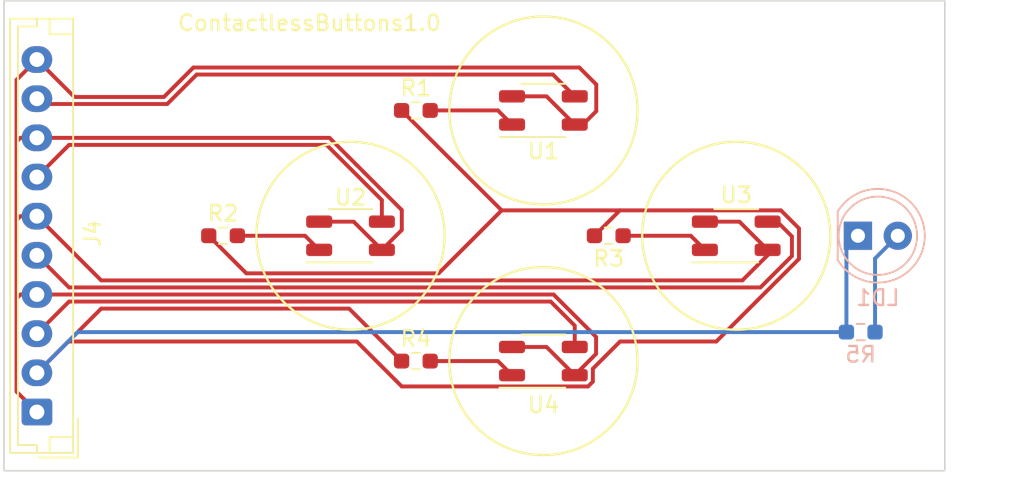
<source format=kicad_pcb>
(kicad_pcb (version 20221018) (generator pcbnew)
  (layers (0 "F.Cu" signal) (31 "B.Cu" signal) (34 "B.Paste" user) (35 "F.Paste" user) (36 "B.SilkS" user "B.Silkscreen") (37 "F.SilkS" user "F.Silkscreen") (38 "B.Mask" user) (39 "F.Mask" user) (44 "Edge.Cuts" user))
  (net 0 "")
  (net 1 "/K2")
  (net 2 "/K1")
  (net 3 "/K4")
  (net 4 "/K3")
  (net 5 "+3.3V")
  (net 6 "Net-(U1-A)")
  (net 7 "Net-(U2-A)")
  (net 8 "Net-(U3-A)")
  (net 9 "Net-(U4-A)")
  (net 10 "GNDD")
  (net 11 "Net-(LD1-A)")
  (footprint "Resistor_SMD:R_0603_1608Metric_Pad0.98x0.95mm_HandSolder" (layer "F.Cu") (at 126.27 123)
    (fp_text reference "R4" (at 0 -1.43) (layer "F.SilkS"))
    (fp_text value "R")
    (fp_line (start -0.254724 -0.5225) (end 0.254724 -0.5225) (stroke (width 0.12)) (layer "F.SilkS"))
    (fp_line (start -0.254724 0.5225) (end 0.254724 0.5225) (stroke (width 0.12)) (layer "F.SilkS"))
    (pad "1" smd roundrect (at -0.9125 0) (size 0.975 0.95) (layers "F.Cu" "F.Paste" "F.Mask") (net 5 "+3.3V"))
    (pad "2" smd roundrect (at 0.9125 0) (size 0.975 0.95) (layers "F.Cu" "F.Paste" "F.Mask") (net 9 "Net-(U4-A)"))
  )
  (footprint "Resistor_SMD:R_0603_1608Metric_Pad0.98x0.95mm_HandSolder" (layer "F.Cu") (at 113.97 115)
    (fp_text reference "R2" (at 0 -1.43) (layer "F.SilkS"))
    (fp_text value "R")
    (fp_line (start -0.254724 -0.5225) (end 0.254724 -0.5225) (stroke (width 0.12)) (layer "F.SilkS"))
    (fp_line (start -0.254724 0.5225) (end 0.254724 0.5225) (stroke (width 0.12)) (layer "F.SilkS"))
    (pad "1" smd roundrect (at -0.9125 0) (size 0.975 0.95) (layers "F.Cu" "F.Paste" "F.Mask") (net 5 "+3.3V"))
    (pad "2" smd roundrect (at 0.9125 0) (size 0.975 0.95) (layers "F.Cu" "F.Paste" "F.Mask") (net 7 "Net-(U2-A)"))
  )
  (footprint "OptoDevice:Everlight_ITR1201SR10AR" (layer "F.Cu") (at 122.1 115 90)
    (fp_text reference "U2" (at 2.45 0) (layer "F.SilkS"))
    (fp_text value "ITR1201SR10AR")
    (fp_line (start -1.7 1.4) (end -1.7 -2.8) (stroke (width 0.12)) (layer "F.SilkS"))
    (fp_line (start 1.7 1.4) (end 1.7 -1.4) (stroke (width 0.12)) (layer "F.SilkS"))
    (pad "1" smd roundrect (at -0.9 2 90) (size 0.79 1.66) (layers "F.Cu" "F.Paste" "F.Mask") (net 10 "GNDD"))
    (pad "2" smd roundrect (at -0.9 -2 90) (size 0.79 1.66) (layers "F.Cu" "F.Paste" "F.Mask") (net 7 "Net-(U2-A)"))
    (pad "3" smd roundrect (at 0.9 2 90) (size 0.79 1.66) (layers "F.Cu" "F.Paste" "F.Mask") (net 1 "/K2"))
    (pad "4" smd roundrect (at 0.9 -2 90) (size 0.79 1.66) (layers "F.Cu" "F.Paste" "F.Mask") (net 10 "GNDD"))
  )
  (footprint "OptoDevice:Everlight_ITR1201SR10AR" (layer "F.Cu") (at 134.4 107 90)
    (fp_text reference "U1" (at -2.6 0) (layer "F.SilkS"))
    (fp_text value "ITR1201SR10AR")
    (fp_line (start -1.7 1.4) (end -1.7 -2.8) (stroke (width 0.12)) (layer "F.SilkS"))
    (fp_line (start 1.7 1.4) (end 1.7 -1.4) (stroke (width 0.12)) (layer "F.SilkS"))
    (pad "1" smd roundrect (at -0.9 2 90) (size 0.79 1.66) (layers "F.Cu" "F.Paste" "F.Mask") (net 10 "GNDD"))
    (pad "2" smd roundrect (at -0.9 -2 90) (size 0.79 1.66) (layers "F.Cu" "F.Paste" "F.Mask") (net 6 "Net-(U1-A)"))
    (pad "3" smd roundrect (at 0.9 2 90) (size 0.79 1.66) (layers "F.Cu" "F.Paste" "F.Mask") (net 2 "/K1"))
    (pad "4" smd roundrect (at 0.9 -2 90) (size 0.79 1.66) (layers "F.Cu" "F.Paste" "F.Mask") (net 10 "GNDD"))
  )
  (footprint "OptoDevice:Everlight_ITR1201SR10AR" (layer "F.Cu") (at 134.4 123 90)
    (fp_text reference "U4" (at -2.8 0) (layer "F.SilkS"))
    (fp_text value "ITR1201SR10AR")
    (fp_line (start -1.7 1.4) (end -1.7 -2.8) (stroke (width 0.12)) (layer "F.SilkS"))
    (fp_line (start 1.7 1.4) (end 1.7 -1.4) (stroke (width 0.12)) (layer "F.SilkS"))
    (pad "1" smd roundrect (at -0.9 2 90) (size 0.79 1.66) (layers "F.Cu" "F.Paste" "F.Mask") (net 10 "GNDD"))
    (pad "2" smd roundrect (at -0.9 -2 90) (size 0.79 1.66) (layers "F.Cu" "F.Paste" "F.Mask") (net 9 "Net-(U4-A)"))
    (pad "3" smd roundrect (at 0.9 2 90) (size 0.79 1.66) (layers "F.Cu" "F.Paste" "F.Mask") (net 3 "/K4"))
    (pad "4" smd roundrect (at 0.9 -2 90) (size 0.79 1.66) (layers "F.Cu" "F.Paste" "F.Mask") (net 10 "GNDD"))
  )
  (footprint "MountingHole:MountingHole_2.7mm" (layer "F.Cu") (at 107.8 103)
    (fp_text reference "REF**" hide)
    (fp_text value "MountingHole_2.7mm")
    (pad "" np_thru_hole circle (at 0 0) (size 2.7 2.7) (drill 2.7) (layers "F&B.Cu" "*.Mask"))
  )
  (footprint "Connector_JST:JST_EH_B10B-EH-A_1x10_P2.50mm_Vertical" (layer "F.Cu") (at 102.1 126.25 90)
    (fp_text reference "J4" (at 11.4 3.55 90) (layer "F.SilkS"))
    (fp_text value "Conn_01x10_Pin")
    (fp_line (start -2.91 0.11) (end -2.91 2.61) (stroke (width 0.12)) (layer "F.SilkS"))
    (fp_line (start -2.91 2.61) (end -0.41 2.61) (stroke (width 0.12)) (layer "F.SilkS"))
    (fp_line (start -2.61 -1.71) (end -2.61 2.31) (stroke (width 0.12)) (layer "F.SilkS"))
    (fp_line (start -2.61 0) (end -2.11 0) (stroke (width 0.12)) (layer "F.SilkS"))
    (fp_line (start -2.61 0.81) (end -1.61 0.81) (stroke (width 0.12)) (layer "F.SilkS"))
    (fp_line (start -2.61 2.31) (end 25.11 2.31) (stroke (width 0.12)) (layer "F.SilkS"))
    (fp_line (start -2.11 -1.21) (end 24.61 -1.21) (stroke (width 0.12)) (layer "F.SilkS"))
    (fp_line (start -2.11 0) (end -2.11 -1.21) (stroke (width 0.12)) (layer "F.SilkS"))
    (fp_line (start -1.61 0.81) (end -1.61 2.31) (stroke (width 0.12)) (layer "F.SilkS"))
    (fp_line (start 24.11 0.81) (end 24.11 2.31) (stroke (width 0.12)) (layer "F.SilkS"))
    (fp_line (start 24.61 -1.21) (end 24.61 0) (stroke (width 0.12)) (layer "F.SilkS"))
    (fp_line (start 24.61 0) (end 25.11 0) (stroke (width 0.12)) (layer "F.SilkS"))
    (fp_line (start 25.11 -1.71) (end -2.61 -1.71) (stroke (width 0.12)) (layer "F.SilkS"))
    (fp_line (start 25.11 0.81) (end 24.11 0.81) (stroke (width 0.12)) (layer "F.SilkS"))
    (fp_line (start 25.11 2.31) (end 25.11 -1.71) (stroke (width 0.12)) (layer "F.SilkS"))
    (pad "1" thru_hole roundrect (at 0 0 90) (size 1.7 1.95) (drill 0.95) (layers "*.Cu" "*.Mask") (roundrect_rratio 0.147059) (net 10 "GNDD"))
    (pad "2" thru_hole oval (at 2.5 0 90) (size 1.7 1.95) (drill 0.95) (layers "*.Cu" "*.Mask") (net 5 "+3.3V"))
    (pad "3" thru_hole oval (at 5 0 90) (size 1.7 1.95) (drill 0.95) (layers "*.Cu" "*.Mask") (net 3 "/K4"))
    (pad "4" thru_hole oval (at 7.5 0 90) (size 1.7 1.95) (drill 0.95) (layers "*.Cu" "*.Mask") (net 10 "GNDD"))
    (pad "5" thru_hole oval (at 10 0 90) (size 1.7 1.95) (drill 0.95) (layers "*.Cu" "*.Mask") (net 4 "/K3"))
    (pad "6" thru_hole oval (at 12.5 0 90) (size 1.7 1.95) (drill 0.95) (layers "*.Cu" "*.Mask") (net 10 "GNDD"))
    (pad "7" thru_hole oval (at 15 0 90) (size 1.7 1.95) (drill 0.95) (layers "*.Cu" "*.Mask") (net 1 "/K2"))
    (pad "8" thru_hole oval (at 17.5 0 90) (size 1.7 1.95) (drill 0.95) (layers "*.Cu" "*.Mask") (net 10 "GNDD"))
    (pad "9" thru_hole oval (at 20 0 90) (size 1.7 1.95) (drill 0.95) (layers "*.Cu" "*.Mask") (net 2 "/K1"))
    (pad "10" thru_hole oval (at 22.5 0 90) (size 1.7 1.95) (drill 0.95) (layers "*.Cu" "*.Mask") (net 10 "GNDD"))
  )
  (footprint "MountingHole:MountingHole_2.7mm" (layer "F.Cu") (at 157 103)
    (fp_text reference "REF**" hide)
    (fp_text value "MountingHole_2.7mm")
    (pad "" np_thru_hole circle (at 0 0) (size 2.7 2.7) (drill 2.7) (layers "*.Cu" "*.Mask"))
  )
  (footprint "MountingHole:MountingHole_2.7mm" (layer "F.Cu") (at 107.8 127)
    (fp_text reference "REF**" hide)
    (fp_text value "MountingHole_2.7mm")
    (pad "" np_thru_hole circle (at 0 0) (size 2.7 2.7) (drill 2.7) (layers "F&B.Cu" "*.Mask"))
  )
  (footprint "OptoDevice:Everlight_ITR1201SR10AR" (layer "F.Cu") (at 146.7 115 90)
    (fp_text reference "U3" (at 2.6 0) (layer "F.SilkS"))
    (fp_text value "ITR1201SR10AR")
    (fp_line (start -1.7 1.4) (end -1.7 -2.8) (stroke (width 0.12)) (layer "F.SilkS"))
    (fp_line (start 1.7 1.4) (end 1.7 -1.4) (stroke (width 0.12)) (layer "F.SilkS"))
    (pad "1" smd roundrect (at -0.9 2 90) (size 0.79 1.66) (layers "F.Cu" "F.Paste" "F.Mask") (net 10 "GNDD"))
    (pad "2" smd roundrect (at -0.9 -2 90) (size 0.79 1.66) (layers "F.Cu" "F.Paste" "F.Mask") (net 8 "Net-(U3-A)"))
    (pad "3" smd roundrect (at 0.9 2 90) (size 0.79 1.66) (layers "F.Cu" "F.Paste" "F.Mask") (net 4 "/K3"))
    (pad "4" smd roundrect (at 0.9 -2 90) (size 0.79 1.66) (layers "F.Cu" "F.Paste" "F.Mask") (net 10 "GNDD"))
  )
  (footprint "Resistor_SMD:R_0603_1608Metric_Pad0.98x0.95mm_HandSolder" (layer "F.Cu") (at 138.57 115)
    (fp_text reference "R3" (at 0 1.45) (layer "F.SilkS"))
    (fp_text value "R")
    (fp_line (start -0.254724 -0.5225) (end 0.254724 -0.5225) (stroke (width 0.12)) (layer "F.SilkS"))
    (fp_line (start -0.254724 0.5225) (end 0.254724 0.5225) (stroke (width 0.12)) (layer "F.SilkS"))
    (pad "1" smd roundrect (at -0.9125 0) (size 0.975 0.95) (layers "F.Cu" "F.Paste" "F.Mask") (net 5 "+3.3V"))
    (pad "2" smd roundrect (at 0.9125 0) (size 0.975 0.95) (layers "F.Cu" "F.Paste" "F.Mask") (net 8 "Net-(U3-A)"))
  )
  (footprint "MountingHole:MountingHole_2.7mm" (layer "F.Cu") (at 157 127)
    (fp_text reference "REF**" hide)
    (fp_text value "MountingHole_2.7mm")
    (pad "" np_thru_hole circle (at 0 0) (size 2.7 2.7) (drill 2.7) (layers "F&B.Cu" "*.Mask"))
  )
  (footprint "Resistor_SMD:R_0603_1608Metric_Pad0.98x0.95mm_HandSolder" (layer "F.Cu") (at 126.27 107)
    (fp_text reference "R1" (at 0 -1.43) (layer "F.SilkS"))
    (fp_text value "R")
    (fp_line (start -0.254724 -0.5225) (end 0.254724 -0.5225) (stroke (width 0.12)) (layer "F.SilkS"))
    (fp_line (start -0.254724 0.5225) (end 0.254724 0.5225) (stroke (width 0.12)) (layer "F.SilkS"))
    (pad "1" smd roundrect (at -0.9125 0) (size 0.975 0.95) (layers "F.Cu" "F.Paste" "F.Mask") (net 5 "+3.3V"))
    (pad "2" smd roundrect (at 0.9125 0) (size 0.975 0.95) (layers "F.Cu" "F.Paste" "F.Mask") (net 6 "Net-(U1-A)"))
  )
  (footprint "Resistor_SMD:R_0603_1608Metric_Pad0.98x0.95mm_HandSolder" (layer "B.Cu") (at 154.6375 121.15)
    (fp_text reference "R5" (at 0 1.43) (layer "B.SilkS") (effects (justify mirror)))
    (fp_text value "R")
    (fp_line (start -0.254724 -0.5225) (end 0.254724 -0.5225) (stroke (width 0.12)) (layer "B.SilkS"))
    (fp_line (start -0.254724 0.5225) (end 0.254724 0.5225) (stroke (width 0.12)) (layer "B.SilkS"))
    (pad "1" smd roundrect (at -0.9125 0) (size 0.975 0.95) (layers "B.Cu" "B.Paste" "B.Mask") (net 5 "+3.3V"))
    (pad "2" smd roundrect (at 0.9125 0) (size 0.975 0.95) (layers "B.Cu" "B.Paste" "B.Mask") (net 11 "Net-(LD1-A)"))
  )
  (footprint "LED_THT:LED_D5.0mm" (layer "B.Cu") (at 154.46 115)
    (fp_text reference "LD1" (at 1.27 3.96) (layer "B.SilkS") (effects (justify mirror)))
    (fp_text value "SPL_PL90")
    (fp_line (start -1.29 1.545) (end -1.29 -1.545) (stroke (width 0.12)) (layer "B.SilkS"))
    (fp_arc (start -1.29 -1.54483) (mid 2.072002 -2.880433) (end 4.26 0.000462) (stroke (width 0.12)) (layer "B.SilkS"))
    (fp_arc (start 4.26 -0.000462) (mid 2.072002 2.880433) (end -1.29 1.54483) (stroke (width 0.12)) (layer "B.SilkS"))
    (fp_circle (center 1.27 0) (end 3.77 0) (stroke (width 0.12)) (fill none) (layer "B.SilkS"))
    (pad "1" thru_hole rect (at 0 0) (size 1.8 1.8) (drill 0.9) (layers "*.Cu" "F.Mask") (net 5 "+3.3V"))
    (pad "2" thru_hole circle (at 2.54 0) (size 1.8 1.8) (drill 0.9) (layers "*.Cu" "F.Mask") (net 11 "Net-(LD1-A)"))
  )
  (gr_circle (center 134.4 123) (end 134.4 117) (stroke (width 0.15)) (fill none) (layer "F.SilkS"))
  (gr_circle (center 122.1 115) (end 122.1 109) (stroke (width 0.15)) (fill none) (layer "F.SilkS"))
  (gr_circle (center 134.4 107) (end 134.4 113) (stroke (width 0.15)) (fill none) (layer "F.SilkS"))
  (gr_circle (center 146.7 115) (end 146.7 109) (stroke (width 0.15)) (fill none) (layer "F.SilkS"))
  (gr_rect (start 100 100) (end 160 130) (stroke (width 0.1)) (fill none) (layer "Edge.Cuts"))
  (gr_text "ContactlessButtons1.0 " (at 111 102) (layer "F.SilkS") (effects (font (size 1 1)) (justify left bottom)))
  (segment (start 124.1 112.726396) (end 124.1 114.1) (width 0.25) (layer "F.Cu") (net 1))
  (segment (start 120.573604 109.2) (end 124.1 112.726396) (width 0.25) (layer "F.Cu") (net 1))
  (segment (start 102.1 111.25) (end 104.15 109.2) (width 0.25) (layer "F.Cu") (net 1))
  (segment (start 104.15 109.2) (end 120.573604 109.2) (width 0.25) (layer "F.Cu") (net 1))
  (segment (start 110.41 106.59) (end 112.29 104.71) (width 0.25) (layer "F.Cu") (net 2))
  (segment (start 102.1 106.25) (end 102.44 106.59) (width 0.25) (layer "F.Cu") (net 2))
  (segment (start 112.29 104.71) (end 135.01 104.71) (width 0.25) (layer "F.Cu") (net 2))
  (segment (start 135.01 104.71) (end 136.4 106.1) (width 0.25) (layer "F.Cu") (net 2))
  (segment (start 102.44 106.59) (end 110.41 106.59) (width 0.25) (layer "F.Cu") (net 2))
  (segment (start 136.4 120.736396) (end 136.4 122.1) (width 0.25) (layer "F.Cu") (net 3))
  (segment (start 102.1 121.25) (end 104.15 119.2) (width 0.25) (layer "F.Cu") (net 3))
  (segment (start 104.15 119.2) (end 134.863604 119.2) (width 0.25) (layer "F.Cu") (net 3))
  (segment (start 134.863604 119.2) (end 136.4 120.736396) (width 0.25) (layer "F.Cu") (net 3))
  (segment (start 150.25 115.04) (end 149.31 114.1) (width 0.25) (layer "F.Cu") (net 4))
  (segment (start 150.25 116.29) (end 150.25 115.04) (width 0.25) (layer "F.Cu") (net 4))
  (segment (start 102.1 116.25) (end 104.15 118.3) (width 0.25) (layer "F.Cu") (net 4))
  (segment (start 104.15 118.3) (end 148.24 118.3) (width 0.25) (layer "F.Cu") (net 4))
  (segment (start 149.31 114.1) (end 148.7 114.1) (width 0.25) (layer "F.Cu") (net 4))
  (segment (start 148.24 118.3) (end 150.25 116.29) (width 0.25) (layer "F.Cu") (net 4))
  (segment (start 139.2775 113.38) (end 137.6575 115) (width 0.25) (layer "F.Cu") (net 5))
  (segment (start 150.7 116.476396) (end 150.7 114.531072) (width 0.25) (layer "F.Cu") (net 5))
  (segment (start 139.2775 113.38) (end 131.7375 113.38) (width 0.25) (layer "F.Cu") (net 5))
  (segment (start 149.548928 113.38) (end 139.2775 113.38) (width 0.25) (layer "F.Cu") (net 5))
  (segment (start 137.555 123.486072) (end 139.291072 121.75) (width 0.25) (layer "F.Cu") (net 5))
  (segment (start 115.4575 117.4) (end 113.0575 115) (width 0.25) (layer "F.Cu") (net 5))
  (segment (start 145.426396 121.75) (end 150.7 116.476396) (width 0.25) (layer "F.Cu") (net 5))
  (segment (start 106.2 119.65) (end 122.0075 119.65) (width 0.25) (layer "F.Cu") (net 5))
  (segment (start 131.7375 113.38) (end 127.7175 117.4) (width 0.25) (layer "F.Cu") (net 5))
  (segment (start 122.0075 119.65) (end 125.3575 123) (width 0.25) (layer "F.Cu") (net 5))
  (segment (start 104.1 121.75) (end 122.5 121.75) (width 0.25) (layer "F.Cu") (net 5))
  (segment (start 122.5 121.75) (end 125.37 124.62) (width 0.25) (layer "F.Cu") (net 5))
  (segment (start 102.1 123.75) (end 104.1 121.75) (width 0.25) (layer "F.Cu") (net 5))
  (segment (start 127.7175 117.4) (end 115.4575 117.4) (width 0.25) (layer "F.Cu") (net 5))
  (segment (start 125.37 124.62) (end 137.248928 124.62) (width 0.25) (layer "F.Cu") (net 5))
  (segment (start 102.1 123.75) (end 106.2 119.65) (width 0.25) (layer "F.Cu") (net 5))
  (segment (start 139.291072 121.75) (end 145.426396 121.75) (width 0.25) (layer "F.Cu") (net 5))
  (segment (start 131.7375 113.38) (end 125.3575 107) (width 0.25) (layer "F.Cu") (net 5))
  (segment (start 150.7 114.531072) (end 149.548928 113.38) (width 0.25) (layer "F.Cu") (net 5))
  (segment (start 137.248928 124.62) (end 137.555 124.313928) (width 0.25) (layer "F.Cu") (net 5))
  (segment (start 137.555 124.313928) (end 137.555 123.486072) (width 0.25) (layer "F.Cu") (net 5))
  (segment (start 153.725 121.15) (end 153.725 115.735) (width 0.25) (layer "B.Cu") (net 5))
  (segment (start 104.7 121.15) (end 102.1 123.75) (width 0.25) (layer "B.Cu") (net 5))
  (segment (start 153.725 121.15) (end 104.7 121.15) (width 0.25) (layer "B.Cu") (net 5))
  (segment (start 153.725 115.735) (end 154.46 115) (width 0.25) (layer "B.Cu") (net 5))
  (segment (start 131.5 107) (end 132.4 107.9) (width 0.25) (layer "F.Cu") (net 6))
  (segment (start 127.1825 107) (end 131.5 107) (width 0.25) (layer "F.Cu") (net 6))
  (segment (start 114.8825 115) (end 119.2 115) (width 0.25) (layer "F.Cu") (net 7))
  (segment (start 119.2 115) (end 120.1 115.9) (width 0.25) (layer "F.Cu") (net 7))
  (segment (start 139.4825 115) (end 143.8 115) (width 0.25) (layer "F.Cu") (net 8))
  (segment (start 143.8 115) (end 144.7 115.9) (width 0.25) (layer "F.Cu") (net 8))
  (segment (start 127.1825 123) (end 131.5 123) (width 0.25) (layer "F.Cu") (net 9))
  (segment (start 131.5 123) (end 132.4 123.9) (width 0.25) (layer "F.Cu") (net 9))
  (segment (start 120.1 114.1) (end 122.3 114.1) (width 0.25) (layer "F.Cu") (net 10))
  (segment (start 148.7 116.24) (end 148.7 115.9) (width 0.25) (layer "F.Cu") (net 10))
  (segment (start 100.801247 109) (end 100.801247 114) (width 0.25) (layer "F.Cu") (net 10))
  (segment (start 101.051247 108.75) (end 100.801247 109) (width 0.25) (layer "F.Cu") (net 10))
  (segment (start 100.801247 105.048753) (end 100.801247 109) (width 0.25) (layer "F.Cu") (net 10))
  (segment (start 137.76 121.46) (end 137.76 122.54) (width 0.25) (layer "F.Cu") (net 10))
  (segment (start 137.77 105.34) (end 137.77 107.05) (width 0.25) (layer "F.Cu") (net 10))
  (segment (start 132.4 122.1) (end 134.6 122.1) (width 0.25) (layer "F.Cu") (net 10))
  (segment (start 122.3 114.1) (end 124.1 115.9) (width 0.25) (layer "F.Cu") (net 10))
  (segment (start 102.1 108.75) (end 120.76 108.75) (width 0.25) (layer "F.Cu") (net 10))
  (segment (start 125.37 114.63) (end 124.1 115.9) (width 0.25) (layer "F.Cu") (net 10))
  (segment (start 112.08 104.26) (end 136.69 104.26) (width 0.25) (layer "F.Cu") (net 10))
  (segment (start 106.2 117.85) (end 147.09 117.85) (width 0.25) (layer "F.Cu") (net 10))
  (segment (start 102.1 103.75) (end 100.801247 105.048753) (width 0.25) (layer "F.Cu") (net 10))
  (segment (start 134.6 122.1) (end 136.4 123.9) (width 0.25) (layer "F.Cu") (net 10))
  (segment (start 125.37 113.36) (end 125.37 114.63) (width 0.25) (layer "F.Cu") (net 10))
  (segment (start 102.1 118.75) (end 135.05 118.75) (width 0.25) (layer "F.Cu") (net 10))
  (segment (start 134.6 106.1) (end 136.4 107.9) (width 0.25) (layer "F.Cu") (net 10))
  (segment (start 100.801247 124.951247) (end 102.1 126.25) (width 0.25) (layer "F.Cu") (net 10))
  (segment (start 100.801247 119) (end 100.801247 124.951247) (width 0.25) (layer "F.Cu") (net 10))
  (segment (start 104.49 106.14) (end 110.2 106.14) (width 0.25) (layer "F.Cu") (net 10))
  (segment (start 102.1 113.75) (end 106.2 117.85) (width 0.25) (layer "F.Cu") (net 10))
  (segment (start 102.1 103.75) (end 104.49 106.14) (width 0.25) (layer "F.Cu") (net 10))
  (segment (start 146.9 114.1) (end 148.7 115.9) (width 0.25) (layer "F.Cu") (net 10))
  (segment (start 136.69 104.26) (end 137.77 105.34) (width 0.25) (layer "F.Cu") (net 10))
  (segment (start 102.1 108.75) (end 101.051247 108.75) (width 0.25) (layer "F.Cu") (net 10))
  (segment (start 102.1 118.75) (end 101.051247 118.75) (width 0.25) (layer "F.Cu") (net 10))
  (segment (start 110.2 106.14) (end 112.08 104.26) (width 0.25) (layer "F.Cu") (net 10))
  (segment (start 100.801247 114) (end 100.801247 119) (width 0.25) (layer "F.Cu") (net 10))
  (segment (start 120.76 108.75) (end 125.37 113.36) (width 0.25) (layer "F.Cu") (net 10))
  (segment (start 137.76 122.54) (end 136.4 123.9) (width 0.25) (layer "F.Cu") (net 10))
  (segment (start 147.09 117.85) (end 148.7 116.24) (width 0.25) (layer "F.Cu") (net 10))
  (segment (start 135.05 118.75) (end 137.76 121.46) (width 0.25) (layer "F.Cu") (net 10))
  (segment (start 137.77 107.05) (end 136.92 107.9) (width 0.25) (layer "F.Cu") (net 10))
  (segment (start 144.7 114.1) (end 146.9 114.1) (width 0.25) (layer "F.Cu") (net 10))
  (segment (start 132.4 106.1) (end 134.6 106.1) (width 0.25) (layer "F.Cu") (net 10))
  (segment (start 136.92 107.9) (end 136.4 107.9) (width 0.25) (layer "F.Cu") (net 10))
  (segment (start 102.1 113.75) (end 101.051247 113.75) (width 0.25) (layer "F.Cu") (net 10))
  (segment (start 101.051247 118.75) (end 100.801247 119) (width 0.25) (layer "F.Cu") (net 10))
  (segment (start 101.051247 113.75) (end 100.801247 114) (width 0.25) (layer "F.Cu") (net 10))
  (segment (start 155.55 121.15) (end 155.55 116.45) (width 0.25) (layer "B.Cu") (net 11))
  (segment (start 155.55 116.45) (end 157 115) (width 0.25) (layer "B.Cu") (net 11))
)
</source>
